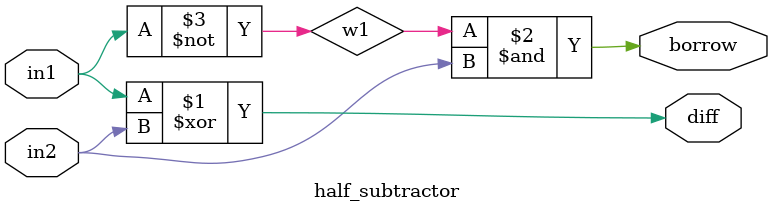
<source format=v>
module half_subtractor(diff, borrow, in1, in2);
	output diff, borrow;
	input in1, in2;
	wire w1;
	xor (diff, in1, in2);
	not (w1, in1);
	and (borrow, w1, in2);

endmodule

</source>
